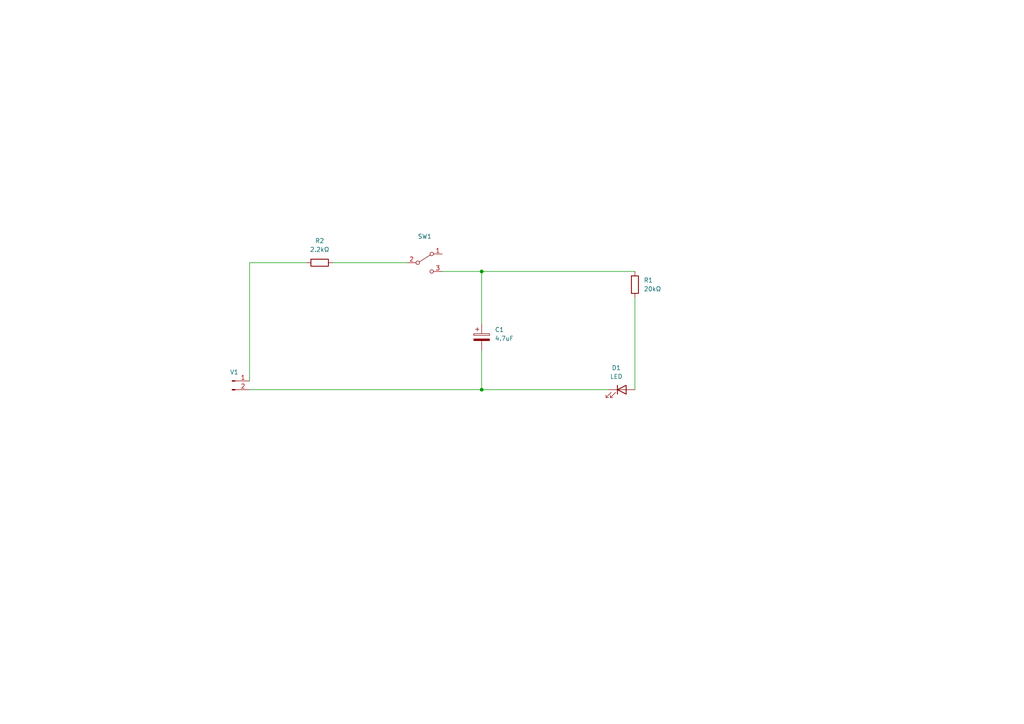
<source format=kicad_sch>
(kicad_sch (version 20211123) (generator eeschema)
  (paper "A4")
  (lib_symbols
    (symbol "Connector:Conn_01x02_Male" (pin_names (offset 1.016) hide)
      (property "Reference" "J" (at 0 2.54 0))
      (property "Value" "Conn_01x02_Male" (at 0 -5.08 0))
      (symbol "Conn_01x02_Male_1_1"
        (polyline (pts (xy 1.27 -2.54) (xy 0.8636 -2.54)) (stroke (width 0.1524)))
        (polyline (pts (xy 1.27 0) (xy 0.8636 0)) (stroke (width 0.1524)))
        (rectangle (start 0.8636 -2.413) (end 0 -2.667) (stroke (width 0.1524)) (fill (type outline)))
        (rectangle (start 0.8636 0.127) (end 0 -0.127) (stroke (width 0.1524)) (fill (type outline)))
        (pin passive line (at 5.08 0 180) (length 3.81) (name "Pin_1") (number "1"))
        (pin passive line (at 5.08 -2.54 180) (length 3.81) (name "Pin_2") (number "2"))
      )
    )
    (symbol "Device:C_Polarized" (pin_numbers hide) (pin_names (offset 0.254))
      (property "Reference" "C" (at 0.635 2.54 0))
      (property "Value" "C_Polarized" (at 0.635 -2.54 0))
      (symbol "C_Polarized_0_1"
        (rectangle (start -2.286 0.508) (end 2.286 1.016))
        (polyline (pts (xy -1.778 2.286) (xy -0.762 2.286)))
        (polyline (pts (xy -1.27 2.794) (xy -1.27 1.778)))
        (rectangle (start 2.286 -0.508) (end -2.286 -1.016) (fill (type outline)))
      )
      (symbol "C_Polarized_1_1"
        (pin passive line (at 0 3.81 270) (length 2.794) (name "~") (number "1"))
        (pin passive line (at 0 -3.81 90) (length 2.794) (name "~") (number "2"))
      )
    )
    (symbol "Device:LED" (pin_numbers hide) (pin_names (offset 1.016) hide)
      (property "Reference" "D" (at 0 2.54 0))
      (property "Value" "LED" (at 0 -2.54 0))
      (symbol "LED_0_1"
        (polyline (pts (xy -1.27 -1.27) (xy -1.27 1.27)) (stroke (width 0.254)))
        (polyline (pts (xy -1.27 0) (xy 1.27 0)))
        (polyline (pts (xy 1.27 -1.27) (xy 1.27 1.27) (xy -1.27 0) (xy 1.27 -1.27)) (stroke (width 0.254)))
        (polyline (pts (xy -3.048 -0.762) (xy -4.572 -2.286) (xy -3.81 -2.286) (xy -4.572 -2.286) (xy -4.572 -1.524)))
        (polyline (pts (xy -1.778 -0.762) (xy -3.302 -2.286) (xy -2.54 -2.286) (xy -3.302 -2.286) (xy -3.302 -1.524)))
      )
      (symbol "LED_1_1"
        (pin passive line (at -3.81 0 0) (length 2.54) (name "K") (number "1"))
        (pin passive line (at 3.81 0 180) (length 2.54) (name "A") (number "2"))
      )
    )
    (symbol "Device:R" (pin_numbers hide) (pin_names (offset 0))
      (property "Reference" "R" (at 2.032 0 90))
      (property "Value" "R" (at 0 0 90))
      (symbol "R_0_1"
        (rectangle (start -1.016 -2.54) (end 1.016 2.54) (stroke (width 0.254)))
      )
      (symbol "R_1_1"
        (pin passive line (at 0 3.81 270) (length 1.27) (name "~") (number "1"))
        (pin passive line (at 0 -3.81 90) (length 1.27) (name "~") (number "2"))
      )
    )
    (symbol "Switch:SW_SPDT" (pin_names (offset 0) hide)
      (property "Reference" "SW" (at 0 4.318 0))
      (property "Value" "SW_SPDT" (at 0 -5.08 0))
      (symbol "SW_SPDT_0_0"
        (circle (center -2.032 0) (radius 0.508))
        (circle (center 2.032 -2.54) (radius 0.508))
      )
      (symbol "SW_SPDT_0_1"
        (polyline (pts (xy -1.524 0.254) (xy 1.651 2.286)))
        (circle (center 2.032 2.54) (radius 0.508))
      )
      (symbol "SW_SPDT_1_1"
        (pin passive line (at 5.08 2.54 180) (length 2.54) (name "A") (number "1"))
        (pin passive line (at -5.08 0 0) (length 2.54) (name "B") (number "2"))
        (pin passive line (at 5.08 -2.54 180) (length 2.54) (name "C") (number "3"))
      )
    )
  )
  (junction (at 139.7 113.03))
  (junction (at 139.7 78.74))
  (wire (pts (xy 72.39 113.03) (xy 139.7 113.03)))
  (wire (pts (xy 96.52 76.2) (xy 118.11 76.2)))
  (wire (pts (xy 72.39 110.49) (xy 72.39 76.2)))
  (wire (pts (xy 139.7 101.6) (xy 139.7 113.03)))
  (wire (pts (xy 139.7 113.03) (xy 176.53 113.03)))
  (wire (pts (xy 184.15 86.36) (xy 184.15 113.03)))
  (wire (pts (xy 128.27 78.74) (xy 139.7 78.74)))
  (wire (pts (xy 139.7 78.74) (xy 139.7 93.98)))
  (wire (pts (xy 139.7 78.74) (xy 184.15 78.74)))
  (wire (pts (xy 72.39 76.2) (xy 88.9 76.2)))
  (symbol (lib_id "Connector:Conn_01x02_Male") (at 67.31 110.49 0) (unit 1)
    (property "Reference" "V1" (at 67.945 107.95 0))
    (property "Value" "Conn_01x02_Male" (effects hide))
    (property "Footprint" "JST_PH_B2B-PH-K_1x02_P2.00mm_Vertical" (effects hide))
  )
  (symbol (lib_id "Device:R") (at 92.71 76.2 270) (unit 1)
    (property "Reference" "R2" (at 92.71 69.85 90))
    (property "Value" "2.2kΩ" (at 92.71 72.39 90))
    (property "Footprint" "R_Axial_DIN0516_L15.5mm_D5.0mm_P20.32mm_Horizontal" (effects hide))
  )
  (symbol (lib_id "Device:C_Polarized") (at 139.7 97.79 0) (unit 1)
    (property "Reference" "C1" (at 143.51 95.6309 0) (effects (justify left)))
    (property "Value" "4.7uF" (at 143.51 98.1709 0) (effects (justify left)))
    (property "Footprint" "C_Radial_D5.0mm_H5.0mm_P2.00mm" (effects hide))
  )
  (symbol (lib_id "Device:LED") (at 180.34 113.03 0) (unit 1)
    (property "Reference" "D1" (at 178.7525 106.68 0))
    (property "Value" "LED" (at 178.7525 109.22 0))
    (property "Footprint" "LED_D5.0mm" (effects hide))
  )
  (symbol (lib_id "Switch:SW_SPDT") (at 123.19 76.2 0) (unit 1)
    (property "Reference" "SW1" (at 123.19 68.58 0))
    (property "Value" "SW_SPDT" (effects hide))
    (property "Footprint" "SW_E-Switch_EG1224_SPDT_Angled" (effects hide))
  )
  (symbol (lib_id "Device:R") (at 184.15 82.55 0) (unit 1)
    (property "Reference" "R1" (at 186.69 81.2799 0) (effects (justify left)))
    (property "Value" "20kΩ" (at 186.69 83.8199 0) (effects (justify left)))
    (property "Footprint" "R_Axial_DIN0516_L15.5mm_D5.0mm_P20.32mm_Horizontal" (effects hide))
  )
)
</source>
